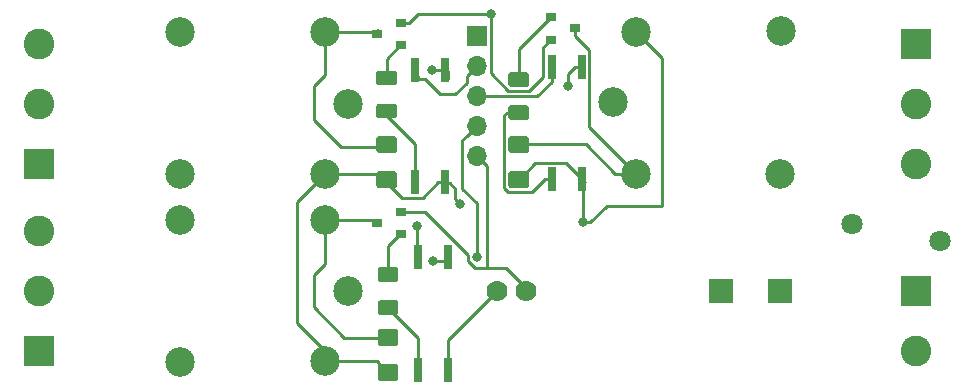
<source format=gbr>
G04 #@! TF.GenerationSoftware,KiCad,Pcbnew,(5.1.2)-2*
G04 #@! TF.CreationDate,2020-09-07T14:07:52+02:00*
G04 #@! TF.ProjectId,KernadouDomoRelay,4b65726e-6164-46f7-9544-6f6d6f52656c,0.1*
G04 #@! TF.SameCoordinates,Original*
G04 #@! TF.FileFunction,Copper,L1,Top*
G04 #@! TF.FilePolarity,Positive*
%FSLAX46Y46*%
G04 Gerber Fmt 4.6, Leading zero omitted, Abs format (unit mm)*
G04 Created by KiCad (PCBNEW (5.1.2)-2) date 2020-09-07 14:07:52*
%MOMM*%
%LPD*%
G04 APERTURE LIST*
%ADD10R,0.900000X0.800000*%
%ADD11O,1.700000X1.700000*%
%ADD12R,1.700000X1.700000*%
%ADD13C,0.100000*%
%ADD14C,1.250000*%
%ADD15R,0.640000X2.000000*%
%ADD16C,1.425000*%
%ADD17R,2.000000X2.000000*%
%ADD18C,1.778000*%
%ADD19C,1.800000*%
%ADD20C,2.500000*%
%ADD21C,2.600000*%
%ADD22R,2.600000X2.600000*%
%ADD23C,0.800000*%
%ADD24C,0.250000*%
G04 APERTURE END LIST*
D10*
X70705000Y-35860000D03*
X70705000Y-37760000D03*
X72705000Y-36810000D03*
D11*
X64389000Y-47625000D03*
X64389000Y-45085000D03*
X64389000Y-42545000D03*
X64389000Y-40005000D03*
D12*
X64389000Y-37465000D03*
D13*
G36*
X57545504Y-57031204D02*
G01*
X57569773Y-57034804D01*
X57593571Y-57040765D01*
X57616671Y-57049030D01*
X57638849Y-57059520D01*
X57659893Y-57072133D01*
X57679598Y-57086747D01*
X57697777Y-57103223D01*
X57714253Y-57121402D01*
X57728867Y-57141107D01*
X57741480Y-57162151D01*
X57751970Y-57184329D01*
X57760235Y-57207429D01*
X57766196Y-57231227D01*
X57769796Y-57255496D01*
X57771000Y-57280000D01*
X57771000Y-58030000D01*
X57769796Y-58054504D01*
X57766196Y-58078773D01*
X57760235Y-58102571D01*
X57751970Y-58125671D01*
X57741480Y-58147849D01*
X57728867Y-58168893D01*
X57714253Y-58188598D01*
X57697777Y-58206777D01*
X57679598Y-58223253D01*
X57659893Y-58237867D01*
X57638849Y-58250480D01*
X57616671Y-58260970D01*
X57593571Y-58269235D01*
X57569773Y-58275196D01*
X57545504Y-58278796D01*
X57521000Y-58280000D01*
X56271000Y-58280000D01*
X56246496Y-58278796D01*
X56222227Y-58275196D01*
X56198429Y-58269235D01*
X56175329Y-58260970D01*
X56153151Y-58250480D01*
X56132107Y-58237867D01*
X56112402Y-58223253D01*
X56094223Y-58206777D01*
X56077747Y-58188598D01*
X56063133Y-58168893D01*
X56050520Y-58147849D01*
X56040030Y-58125671D01*
X56031765Y-58102571D01*
X56025804Y-58078773D01*
X56022204Y-58054504D01*
X56021000Y-58030000D01*
X56021000Y-57280000D01*
X56022204Y-57255496D01*
X56025804Y-57231227D01*
X56031765Y-57207429D01*
X56040030Y-57184329D01*
X56050520Y-57162151D01*
X56063133Y-57141107D01*
X56077747Y-57121402D01*
X56094223Y-57103223D01*
X56112402Y-57086747D01*
X56132107Y-57072133D01*
X56153151Y-57059520D01*
X56175329Y-57049030D01*
X56198429Y-57040765D01*
X56222227Y-57034804D01*
X56246496Y-57031204D01*
X56271000Y-57030000D01*
X57521000Y-57030000D01*
X57545504Y-57031204D01*
X57545504Y-57031204D01*
G37*
D14*
X56896000Y-57655000D03*
D13*
G36*
X57545504Y-59831204D02*
G01*
X57569773Y-59834804D01*
X57593571Y-59840765D01*
X57616671Y-59849030D01*
X57638849Y-59859520D01*
X57659893Y-59872133D01*
X57679598Y-59886747D01*
X57697777Y-59903223D01*
X57714253Y-59921402D01*
X57728867Y-59941107D01*
X57741480Y-59962151D01*
X57751970Y-59984329D01*
X57760235Y-60007429D01*
X57766196Y-60031227D01*
X57769796Y-60055496D01*
X57771000Y-60080000D01*
X57771000Y-60830000D01*
X57769796Y-60854504D01*
X57766196Y-60878773D01*
X57760235Y-60902571D01*
X57751970Y-60925671D01*
X57741480Y-60947849D01*
X57728867Y-60968893D01*
X57714253Y-60988598D01*
X57697777Y-61006777D01*
X57679598Y-61023253D01*
X57659893Y-61037867D01*
X57638849Y-61050480D01*
X57616671Y-61060970D01*
X57593571Y-61069235D01*
X57569773Y-61075196D01*
X57545504Y-61078796D01*
X57521000Y-61080000D01*
X56271000Y-61080000D01*
X56246496Y-61078796D01*
X56222227Y-61075196D01*
X56198429Y-61069235D01*
X56175329Y-61060970D01*
X56153151Y-61050480D01*
X56132107Y-61037867D01*
X56112402Y-61023253D01*
X56094223Y-61006777D01*
X56077747Y-60988598D01*
X56063133Y-60968893D01*
X56050520Y-60947849D01*
X56040030Y-60925671D01*
X56031765Y-60902571D01*
X56025804Y-60878773D01*
X56022204Y-60854504D01*
X56021000Y-60830000D01*
X56021000Y-60080000D01*
X56022204Y-60055496D01*
X56025804Y-60031227D01*
X56031765Y-60007429D01*
X56040030Y-59984329D01*
X56050520Y-59962151D01*
X56063133Y-59941107D01*
X56077747Y-59921402D01*
X56094223Y-59903223D01*
X56112402Y-59886747D01*
X56132107Y-59872133D01*
X56153151Y-59859520D01*
X56175329Y-59849030D01*
X56198429Y-59840765D01*
X56222227Y-59834804D01*
X56246496Y-59831204D01*
X56271000Y-59830000D01*
X57521000Y-59830000D01*
X57545504Y-59831204D01*
X57545504Y-59831204D01*
G37*
D14*
X56896000Y-60455000D03*
D15*
X73279000Y-49581000D03*
X70739000Y-49581000D03*
X70739000Y-40081000D03*
X73279000Y-40081000D03*
X61976000Y-65710000D03*
X59436000Y-65710000D03*
X59436000Y-56210000D03*
X61976000Y-56210000D03*
X61722000Y-49835000D03*
X59182000Y-49835000D03*
X59182000Y-40335000D03*
X61722000Y-40335000D03*
D13*
G36*
X57545504Y-62280704D02*
G01*
X57569773Y-62284304D01*
X57593571Y-62290265D01*
X57616671Y-62298530D01*
X57638849Y-62309020D01*
X57659893Y-62321633D01*
X57679598Y-62336247D01*
X57697777Y-62352723D01*
X57714253Y-62370902D01*
X57728867Y-62390607D01*
X57741480Y-62411651D01*
X57751970Y-62433829D01*
X57760235Y-62456929D01*
X57766196Y-62480727D01*
X57769796Y-62504996D01*
X57771000Y-62529500D01*
X57771000Y-63454500D01*
X57769796Y-63479004D01*
X57766196Y-63503273D01*
X57760235Y-63527071D01*
X57751970Y-63550171D01*
X57741480Y-63572349D01*
X57728867Y-63593393D01*
X57714253Y-63613098D01*
X57697777Y-63631277D01*
X57679598Y-63647753D01*
X57659893Y-63662367D01*
X57638849Y-63674980D01*
X57616671Y-63685470D01*
X57593571Y-63693735D01*
X57569773Y-63699696D01*
X57545504Y-63703296D01*
X57521000Y-63704500D01*
X56271000Y-63704500D01*
X56246496Y-63703296D01*
X56222227Y-63699696D01*
X56198429Y-63693735D01*
X56175329Y-63685470D01*
X56153151Y-63674980D01*
X56132107Y-63662367D01*
X56112402Y-63647753D01*
X56094223Y-63631277D01*
X56077747Y-63613098D01*
X56063133Y-63593393D01*
X56050520Y-63572349D01*
X56040030Y-63550171D01*
X56031765Y-63527071D01*
X56025804Y-63503273D01*
X56022204Y-63479004D01*
X56021000Y-63454500D01*
X56021000Y-62529500D01*
X56022204Y-62504996D01*
X56025804Y-62480727D01*
X56031765Y-62456929D01*
X56040030Y-62433829D01*
X56050520Y-62411651D01*
X56063133Y-62390607D01*
X56077747Y-62370902D01*
X56094223Y-62352723D01*
X56112402Y-62336247D01*
X56132107Y-62321633D01*
X56153151Y-62309020D01*
X56175329Y-62298530D01*
X56198429Y-62290265D01*
X56222227Y-62284304D01*
X56246496Y-62280704D01*
X56271000Y-62279500D01*
X57521000Y-62279500D01*
X57545504Y-62280704D01*
X57545504Y-62280704D01*
G37*
D16*
X56896000Y-62992000D03*
D13*
G36*
X57545504Y-65255704D02*
G01*
X57569773Y-65259304D01*
X57593571Y-65265265D01*
X57616671Y-65273530D01*
X57638849Y-65284020D01*
X57659893Y-65296633D01*
X57679598Y-65311247D01*
X57697777Y-65327723D01*
X57714253Y-65345902D01*
X57728867Y-65365607D01*
X57741480Y-65386651D01*
X57751970Y-65408829D01*
X57760235Y-65431929D01*
X57766196Y-65455727D01*
X57769796Y-65479996D01*
X57771000Y-65504500D01*
X57771000Y-66429500D01*
X57769796Y-66454004D01*
X57766196Y-66478273D01*
X57760235Y-66502071D01*
X57751970Y-66525171D01*
X57741480Y-66547349D01*
X57728867Y-66568393D01*
X57714253Y-66588098D01*
X57697777Y-66606277D01*
X57679598Y-66622753D01*
X57659893Y-66637367D01*
X57638849Y-66649980D01*
X57616671Y-66660470D01*
X57593571Y-66668735D01*
X57569773Y-66674696D01*
X57545504Y-66678296D01*
X57521000Y-66679500D01*
X56271000Y-66679500D01*
X56246496Y-66678296D01*
X56222227Y-66674696D01*
X56198429Y-66668735D01*
X56175329Y-66660470D01*
X56153151Y-66649980D01*
X56132107Y-66637367D01*
X56112402Y-66622753D01*
X56094223Y-66606277D01*
X56077747Y-66588098D01*
X56063133Y-66568393D01*
X56050520Y-66547349D01*
X56040030Y-66525171D01*
X56031765Y-66502071D01*
X56025804Y-66478273D01*
X56022204Y-66454004D01*
X56021000Y-66429500D01*
X56021000Y-65504500D01*
X56022204Y-65479996D01*
X56025804Y-65455727D01*
X56031765Y-65431929D01*
X56040030Y-65408829D01*
X56050520Y-65386651D01*
X56063133Y-65365607D01*
X56077747Y-65345902D01*
X56094223Y-65327723D01*
X56112402Y-65311247D01*
X56132107Y-65296633D01*
X56153151Y-65284020D01*
X56175329Y-65273530D01*
X56198429Y-65265265D01*
X56222227Y-65259304D01*
X56246496Y-65255704D01*
X56271000Y-65254500D01*
X57521000Y-65254500D01*
X57545504Y-65255704D01*
X57545504Y-65255704D01*
G37*
D16*
X56896000Y-65967000D03*
D17*
X85091000Y-59054000D03*
X90091000Y-59054000D03*
D18*
X68591000Y-59054000D03*
X66091000Y-59054000D03*
D13*
G36*
X68594504Y-45934204D02*
G01*
X68618773Y-45937804D01*
X68642571Y-45943765D01*
X68665671Y-45952030D01*
X68687849Y-45962520D01*
X68708893Y-45975133D01*
X68728598Y-45989747D01*
X68746777Y-46006223D01*
X68763253Y-46024402D01*
X68777867Y-46044107D01*
X68790480Y-46065151D01*
X68800970Y-46087329D01*
X68809235Y-46110429D01*
X68815196Y-46134227D01*
X68818796Y-46158496D01*
X68820000Y-46183000D01*
X68820000Y-47108000D01*
X68818796Y-47132504D01*
X68815196Y-47156773D01*
X68809235Y-47180571D01*
X68800970Y-47203671D01*
X68790480Y-47225849D01*
X68777867Y-47246893D01*
X68763253Y-47266598D01*
X68746777Y-47284777D01*
X68728598Y-47301253D01*
X68708893Y-47315867D01*
X68687849Y-47328480D01*
X68665671Y-47338970D01*
X68642571Y-47347235D01*
X68618773Y-47353196D01*
X68594504Y-47356796D01*
X68570000Y-47358000D01*
X67320000Y-47358000D01*
X67295496Y-47356796D01*
X67271227Y-47353196D01*
X67247429Y-47347235D01*
X67224329Y-47338970D01*
X67202151Y-47328480D01*
X67181107Y-47315867D01*
X67161402Y-47301253D01*
X67143223Y-47284777D01*
X67126747Y-47266598D01*
X67112133Y-47246893D01*
X67099520Y-47225849D01*
X67089030Y-47203671D01*
X67080765Y-47180571D01*
X67074804Y-47156773D01*
X67071204Y-47132504D01*
X67070000Y-47108000D01*
X67070000Y-46183000D01*
X67071204Y-46158496D01*
X67074804Y-46134227D01*
X67080765Y-46110429D01*
X67089030Y-46087329D01*
X67099520Y-46065151D01*
X67112133Y-46044107D01*
X67126747Y-46024402D01*
X67143223Y-46006223D01*
X67161402Y-45989747D01*
X67181107Y-45975133D01*
X67202151Y-45962520D01*
X67224329Y-45952030D01*
X67247429Y-45943765D01*
X67271227Y-45937804D01*
X67295496Y-45934204D01*
X67320000Y-45933000D01*
X68570000Y-45933000D01*
X68594504Y-45934204D01*
X68594504Y-45934204D01*
G37*
D16*
X67945000Y-46645500D03*
D13*
G36*
X68594504Y-48909204D02*
G01*
X68618773Y-48912804D01*
X68642571Y-48918765D01*
X68665671Y-48927030D01*
X68687849Y-48937520D01*
X68708893Y-48950133D01*
X68728598Y-48964747D01*
X68746777Y-48981223D01*
X68763253Y-48999402D01*
X68777867Y-49019107D01*
X68790480Y-49040151D01*
X68800970Y-49062329D01*
X68809235Y-49085429D01*
X68815196Y-49109227D01*
X68818796Y-49133496D01*
X68820000Y-49158000D01*
X68820000Y-50083000D01*
X68818796Y-50107504D01*
X68815196Y-50131773D01*
X68809235Y-50155571D01*
X68800970Y-50178671D01*
X68790480Y-50200849D01*
X68777867Y-50221893D01*
X68763253Y-50241598D01*
X68746777Y-50259777D01*
X68728598Y-50276253D01*
X68708893Y-50290867D01*
X68687849Y-50303480D01*
X68665671Y-50313970D01*
X68642571Y-50322235D01*
X68618773Y-50328196D01*
X68594504Y-50331796D01*
X68570000Y-50333000D01*
X67320000Y-50333000D01*
X67295496Y-50331796D01*
X67271227Y-50328196D01*
X67247429Y-50322235D01*
X67224329Y-50313970D01*
X67202151Y-50303480D01*
X67181107Y-50290867D01*
X67161402Y-50276253D01*
X67143223Y-50259777D01*
X67126747Y-50241598D01*
X67112133Y-50221893D01*
X67099520Y-50200849D01*
X67089030Y-50178671D01*
X67080765Y-50155571D01*
X67074804Y-50131773D01*
X67071204Y-50107504D01*
X67070000Y-50083000D01*
X67070000Y-49158000D01*
X67071204Y-49133496D01*
X67074804Y-49109227D01*
X67080765Y-49085429D01*
X67089030Y-49062329D01*
X67099520Y-49040151D01*
X67112133Y-49019107D01*
X67126747Y-48999402D01*
X67143223Y-48981223D01*
X67161402Y-48964747D01*
X67181107Y-48950133D01*
X67202151Y-48937520D01*
X67224329Y-48927030D01*
X67247429Y-48918765D01*
X67271227Y-48912804D01*
X67295496Y-48909204D01*
X67320000Y-48908000D01*
X68570000Y-48908000D01*
X68594504Y-48909204D01*
X68594504Y-48909204D01*
G37*
D16*
X67945000Y-49620500D03*
D19*
X103639000Y-54790000D03*
X96139000Y-53340000D03*
D13*
G36*
X68594504Y-40521204D02*
G01*
X68618773Y-40524804D01*
X68642571Y-40530765D01*
X68665671Y-40539030D01*
X68687849Y-40549520D01*
X68708893Y-40562133D01*
X68728598Y-40576747D01*
X68746777Y-40593223D01*
X68763253Y-40611402D01*
X68777867Y-40631107D01*
X68790480Y-40652151D01*
X68800970Y-40674329D01*
X68809235Y-40697429D01*
X68815196Y-40721227D01*
X68818796Y-40745496D01*
X68820000Y-40770000D01*
X68820000Y-41520000D01*
X68818796Y-41544504D01*
X68815196Y-41568773D01*
X68809235Y-41592571D01*
X68800970Y-41615671D01*
X68790480Y-41637849D01*
X68777867Y-41658893D01*
X68763253Y-41678598D01*
X68746777Y-41696777D01*
X68728598Y-41713253D01*
X68708893Y-41727867D01*
X68687849Y-41740480D01*
X68665671Y-41750970D01*
X68642571Y-41759235D01*
X68618773Y-41765196D01*
X68594504Y-41768796D01*
X68570000Y-41770000D01*
X67320000Y-41770000D01*
X67295496Y-41768796D01*
X67271227Y-41765196D01*
X67247429Y-41759235D01*
X67224329Y-41750970D01*
X67202151Y-41740480D01*
X67181107Y-41727867D01*
X67161402Y-41713253D01*
X67143223Y-41696777D01*
X67126747Y-41678598D01*
X67112133Y-41658893D01*
X67099520Y-41637849D01*
X67089030Y-41615671D01*
X67080765Y-41592571D01*
X67074804Y-41568773D01*
X67071204Y-41544504D01*
X67070000Y-41520000D01*
X67070000Y-40770000D01*
X67071204Y-40745496D01*
X67074804Y-40721227D01*
X67080765Y-40697429D01*
X67089030Y-40674329D01*
X67099520Y-40652151D01*
X67112133Y-40631107D01*
X67126747Y-40611402D01*
X67143223Y-40593223D01*
X67161402Y-40576747D01*
X67181107Y-40562133D01*
X67202151Y-40549520D01*
X67224329Y-40539030D01*
X67247429Y-40530765D01*
X67271227Y-40524804D01*
X67295496Y-40521204D01*
X67320000Y-40520000D01*
X68570000Y-40520000D01*
X68594504Y-40521204D01*
X68594504Y-40521204D01*
G37*
D14*
X67945000Y-41145000D03*
D13*
G36*
X68594504Y-43321204D02*
G01*
X68618773Y-43324804D01*
X68642571Y-43330765D01*
X68665671Y-43339030D01*
X68687849Y-43349520D01*
X68708893Y-43362133D01*
X68728598Y-43376747D01*
X68746777Y-43393223D01*
X68763253Y-43411402D01*
X68777867Y-43431107D01*
X68790480Y-43452151D01*
X68800970Y-43474329D01*
X68809235Y-43497429D01*
X68815196Y-43521227D01*
X68818796Y-43545496D01*
X68820000Y-43570000D01*
X68820000Y-44320000D01*
X68818796Y-44344504D01*
X68815196Y-44368773D01*
X68809235Y-44392571D01*
X68800970Y-44415671D01*
X68790480Y-44437849D01*
X68777867Y-44458893D01*
X68763253Y-44478598D01*
X68746777Y-44496777D01*
X68728598Y-44513253D01*
X68708893Y-44527867D01*
X68687849Y-44540480D01*
X68665671Y-44550970D01*
X68642571Y-44559235D01*
X68618773Y-44565196D01*
X68594504Y-44568796D01*
X68570000Y-44570000D01*
X67320000Y-44570000D01*
X67295496Y-44568796D01*
X67271227Y-44565196D01*
X67247429Y-44559235D01*
X67224329Y-44550970D01*
X67202151Y-44540480D01*
X67181107Y-44527867D01*
X67161402Y-44513253D01*
X67143223Y-44496777D01*
X67126747Y-44478598D01*
X67112133Y-44458893D01*
X67099520Y-44437849D01*
X67089030Y-44415671D01*
X67080765Y-44392571D01*
X67074804Y-44368773D01*
X67071204Y-44344504D01*
X67070000Y-44320000D01*
X67070000Y-43570000D01*
X67071204Y-43545496D01*
X67074804Y-43521227D01*
X67080765Y-43497429D01*
X67089030Y-43474329D01*
X67099520Y-43452151D01*
X67112133Y-43431107D01*
X67126747Y-43411402D01*
X67143223Y-43393223D01*
X67161402Y-43376747D01*
X67181107Y-43362133D01*
X67202151Y-43349520D01*
X67224329Y-43339030D01*
X67247429Y-43330765D01*
X67271227Y-43324804D01*
X67295496Y-43321204D01*
X67320000Y-43320000D01*
X68570000Y-43320000D01*
X68594504Y-43321204D01*
X68594504Y-43321204D01*
G37*
D14*
X67945000Y-43945000D03*
D13*
G36*
X57418504Y-40394204D02*
G01*
X57442773Y-40397804D01*
X57466571Y-40403765D01*
X57489671Y-40412030D01*
X57511849Y-40422520D01*
X57532893Y-40435133D01*
X57552598Y-40449747D01*
X57570777Y-40466223D01*
X57587253Y-40484402D01*
X57601867Y-40504107D01*
X57614480Y-40525151D01*
X57624970Y-40547329D01*
X57633235Y-40570429D01*
X57639196Y-40594227D01*
X57642796Y-40618496D01*
X57644000Y-40643000D01*
X57644000Y-41393000D01*
X57642796Y-41417504D01*
X57639196Y-41441773D01*
X57633235Y-41465571D01*
X57624970Y-41488671D01*
X57614480Y-41510849D01*
X57601867Y-41531893D01*
X57587253Y-41551598D01*
X57570777Y-41569777D01*
X57552598Y-41586253D01*
X57532893Y-41600867D01*
X57511849Y-41613480D01*
X57489671Y-41623970D01*
X57466571Y-41632235D01*
X57442773Y-41638196D01*
X57418504Y-41641796D01*
X57394000Y-41643000D01*
X56144000Y-41643000D01*
X56119496Y-41641796D01*
X56095227Y-41638196D01*
X56071429Y-41632235D01*
X56048329Y-41623970D01*
X56026151Y-41613480D01*
X56005107Y-41600867D01*
X55985402Y-41586253D01*
X55967223Y-41569777D01*
X55950747Y-41551598D01*
X55936133Y-41531893D01*
X55923520Y-41510849D01*
X55913030Y-41488671D01*
X55904765Y-41465571D01*
X55898804Y-41441773D01*
X55895204Y-41417504D01*
X55894000Y-41393000D01*
X55894000Y-40643000D01*
X55895204Y-40618496D01*
X55898804Y-40594227D01*
X55904765Y-40570429D01*
X55913030Y-40547329D01*
X55923520Y-40525151D01*
X55936133Y-40504107D01*
X55950747Y-40484402D01*
X55967223Y-40466223D01*
X55985402Y-40449747D01*
X56005107Y-40435133D01*
X56026151Y-40422520D01*
X56048329Y-40412030D01*
X56071429Y-40403765D01*
X56095227Y-40397804D01*
X56119496Y-40394204D01*
X56144000Y-40393000D01*
X57394000Y-40393000D01*
X57418504Y-40394204D01*
X57418504Y-40394204D01*
G37*
D14*
X56769000Y-41018000D03*
D13*
G36*
X57418504Y-43194204D02*
G01*
X57442773Y-43197804D01*
X57466571Y-43203765D01*
X57489671Y-43212030D01*
X57511849Y-43222520D01*
X57532893Y-43235133D01*
X57552598Y-43249747D01*
X57570777Y-43266223D01*
X57587253Y-43284402D01*
X57601867Y-43304107D01*
X57614480Y-43325151D01*
X57624970Y-43347329D01*
X57633235Y-43370429D01*
X57639196Y-43394227D01*
X57642796Y-43418496D01*
X57644000Y-43443000D01*
X57644000Y-44193000D01*
X57642796Y-44217504D01*
X57639196Y-44241773D01*
X57633235Y-44265571D01*
X57624970Y-44288671D01*
X57614480Y-44310849D01*
X57601867Y-44331893D01*
X57587253Y-44351598D01*
X57570777Y-44369777D01*
X57552598Y-44386253D01*
X57532893Y-44400867D01*
X57511849Y-44413480D01*
X57489671Y-44423970D01*
X57466571Y-44432235D01*
X57442773Y-44438196D01*
X57418504Y-44441796D01*
X57394000Y-44443000D01*
X56144000Y-44443000D01*
X56119496Y-44441796D01*
X56095227Y-44438196D01*
X56071429Y-44432235D01*
X56048329Y-44423970D01*
X56026151Y-44413480D01*
X56005107Y-44400867D01*
X55985402Y-44386253D01*
X55967223Y-44369777D01*
X55950747Y-44351598D01*
X55936133Y-44331893D01*
X55923520Y-44310849D01*
X55913030Y-44288671D01*
X55904765Y-44265571D01*
X55898804Y-44241773D01*
X55895204Y-44217504D01*
X55894000Y-44193000D01*
X55894000Y-43443000D01*
X55895204Y-43418496D01*
X55898804Y-43394227D01*
X55904765Y-43370429D01*
X55913030Y-43347329D01*
X55923520Y-43325151D01*
X55936133Y-43304107D01*
X55950747Y-43284402D01*
X55967223Y-43266223D01*
X55985402Y-43249747D01*
X56005107Y-43235133D01*
X56026151Y-43222520D01*
X56048329Y-43212030D01*
X56071429Y-43203765D01*
X56095227Y-43197804D01*
X56119496Y-43194204D01*
X56144000Y-43193000D01*
X57394000Y-43193000D01*
X57418504Y-43194204D01*
X57418504Y-43194204D01*
G37*
D14*
X56769000Y-43818000D03*
D20*
X75946000Y-43053000D03*
X77896000Y-37103000D03*
X90146000Y-37053000D03*
X90096000Y-49103000D03*
X77896000Y-49103000D03*
X53467000Y-59055000D03*
X51517000Y-65005000D03*
X39267000Y-65055000D03*
X39317000Y-53005000D03*
X51517000Y-53005000D03*
D21*
X101600000Y-48260000D03*
X101600000Y-43180000D03*
D22*
X101600000Y-38100000D03*
D21*
X101600000Y-64135000D03*
D22*
X101600000Y-59055000D03*
D21*
X27305000Y-53975000D03*
X27305000Y-59055000D03*
D22*
X27305000Y-64135000D03*
D21*
X27305000Y-38100000D03*
X27305000Y-43180000D03*
D22*
X27305000Y-48260000D03*
D13*
G36*
X57418504Y-45934204D02*
G01*
X57442773Y-45937804D01*
X57466571Y-45943765D01*
X57489671Y-45952030D01*
X57511849Y-45962520D01*
X57532893Y-45975133D01*
X57552598Y-45989747D01*
X57570777Y-46006223D01*
X57587253Y-46024402D01*
X57601867Y-46044107D01*
X57614480Y-46065151D01*
X57624970Y-46087329D01*
X57633235Y-46110429D01*
X57639196Y-46134227D01*
X57642796Y-46158496D01*
X57644000Y-46183000D01*
X57644000Y-47108000D01*
X57642796Y-47132504D01*
X57639196Y-47156773D01*
X57633235Y-47180571D01*
X57624970Y-47203671D01*
X57614480Y-47225849D01*
X57601867Y-47246893D01*
X57587253Y-47266598D01*
X57570777Y-47284777D01*
X57552598Y-47301253D01*
X57532893Y-47315867D01*
X57511849Y-47328480D01*
X57489671Y-47338970D01*
X57466571Y-47347235D01*
X57442773Y-47353196D01*
X57418504Y-47356796D01*
X57394000Y-47358000D01*
X56144000Y-47358000D01*
X56119496Y-47356796D01*
X56095227Y-47353196D01*
X56071429Y-47347235D01*
X56048329Y-47338970D01*
X56026151Y-47328480D01*
X56005107Y-47315867D01*
X55985402Y-47301253D01*
X55967223Y-47284777D01*
X55950747Y-47266598D01*
X55936133Y-47246893D01*
X55923520Y-47225849D01*
X55913030Y-47203671D01*
X55904765Y-47180571D01*
X55898804Y-47156773D01*
X55895204Y-47132504D01*
X55894000Y-47108000D01*
X55894000Y-46183000D01*
X55895204Y-46158496D01*
X55898804Y-46134227D01*
X55904765Y-46110429D01*
X55913030Y-46087329D01*
X55923520Y-46065151D01*
X55936133Y-46044107D01*
X55950747Y-46024402D01*
X55967223Y-46006223D01*
X55985402Y-45989747D01*
X56005107Y-45975133D01*
X56026151Y-45962520D01*
X56048329Y-45952030D01*
X56071429Y-45943765D01*
X56095227Y-45937804D01*
X56119496Y-45934204D01*
X56144000Y-45933000D01*
X57394000Y-45933000D01*
X57418504Y-45934204D01*
X57418504Y-45934204D01*
G37*
D16*
X56769000Y-46645500D03*
D13*
G36*
X57418504Y-48909204D02*
G01*
X57442773Y-48912804D01*
X57466571Y-48918765D01*
X57489671Y-48927030D01*
X57511849Y-48937520D01*
X57532893Y-48950133D01*
X57552598Y-48964747D01*
X57570777Y-48981223D01*
X57587253Y-48999402D01*
X57601867Y-49019107D01*
X57614480Y-49040151D01*
X57624970Y-49062329D01*
X57633235Y-49085429D01*
X57639196Y-49109227D01*
X57642796Y-49133496D01*
X57644000Y-49158000D01*
X57644000Y-50083000D01*
X57642796Y-50107504D01*
X57639196Y-50131773D01*
X57633235Y-50155571D01*
X57624970Y-50178671D01*
X57614480Y-50200849D01*
X57601867Y-50221893D01*
X57587253Y-50241598D01*
X57570777Y-50259777D01*
X57552598Y-50276253D01*
X57532893Y-50290867D01*
X57511849Y-50303480D01*
X57489671Y-50313970D01*
X57466571Y-50322235D01*
X57442773Y-50328196D01*
X57418504Y-50331796D01*
X57394000Y-50333000D01*
X56144000Y-50333000D01*
X56119496Y-50331796D01*
X56095227Y-50328196D01*
X56071429Y-50322235D01*
X56048329Y-50313970D01*
X56026151Y-50303480D01*
X56005107Y-50290867D01*
X55985402Y-50276253D01*
X55967223Y-50259777D01*
X55950747Y-50241598D01*
X55936133Y-50221893D01*
X55923520Y-50200849D01*
X55913030Y-50178671D01*
X55904765Y-50155571D01*
X55898804Y-50131773D01*
X55895204Y-50107504D01*
X55894000Y-50083000D01*
X55894000Y-49158000D01*
X55895204Y-49133496D01*
X55898804Y-49109227D01*
X55904765Y-49085429D01*
X55913030Y-49062329D01*
X55923520Y-49040151D01*
X55936133Y-49019107D01*
X55950747Y-48999402D01*
X55967223Y-48981223D01*
X55985402Y-48964747D01*
X56005107Y-48950133D01*
X56026151Y-48937520D01*
X56048329Y-48927030D01*
X56071429Y-48918765D01*
X56095227Y-48912804D01*
X56119496Y-48909204D01*
X56144000Y-48908000D01*
X57394000Y-48908000D01*
X57418504Y-48909204D01*
X57418504Y-48909204D01*
G37*
D16*
X56769000Y-49620500D03*
D20*
X53467000Y-43180000D03*
X51517000Y-49130000D03*
X39267000Y-49180000D03*
X39317000Y-37130000D03*
X51517000Y-37130000D03*
D10*
X55955000Y-37310000D03*
X57955000Y-36360000D03*
X57955000Y-38260000D03*
X57955000Y-54260000D03*
X57955000Y-52360000D03*
X55955000Y-53310000D03*
D23*
X65599010Y-35619990D03*
X64389000Y-56134000D03*
X73431000Y-53238000D03*
X62992000Y-51689000D03*
X59378990Y-53560000D03*
X60706000Y-56515000D03*
X72136000Y-41656000D03*
X60630000Y-40335000D03*
D24*
X51725000Y-37338000D02*
X51517000Y-37130000D01*
X55850000Y-37130000D02*
X56023000Y-36957000D01*
X51517000Y-37130000D02*
X55850000Y-37130000D01*
X51517000Y-40763000D02*
X51517000Y-37130000D01*
X50591999Y-41688001D02*
X51517000Y-40763000D01*
X50591999Y-44560001D02*
X50591999Y-41688001D01*
X56769000Y-46899500D02*
X52931498Y-46899500D01*
X52931498Y-46899500D02*
X50591999Y-44560001D01*
X56810000Y-62992000D02*
X56261000Y-62443000D01*
X51598000Y-53086000D02*
X51517000Y-53005000D01*
X51517000Y-56749998D02*
X51517000Y-53005000D01*
X50591999Y-57674999D02*
X51517000Y-56749998D01*
X50591999Y-60435001D02*
X50591999Y-57674999D01*
X56896000Y-62992000D02*
X53148998Y-62992000D01*
X53148998Y-62992000D02*
X50591999Y-60435001D01*
X55650000Y-53005000D02*
X55955000Y-53310000D01*
X51517000Y-53005000D02*
X55650000Y-53005000D01*
X56769000Y-40674000D02*
X56769000Y-41399000D01*
X56896000Y-57184000D02*
X56896000Y-57909000D01*
X65238999Y-48474999D02*
X65238999Y-57061911D01*
X64389000Y-47625000D02*
X65238999Y-48474999D01*
X66852911Y-57061911D02*
X68591000Y-58800000D01*
X65238999Y-57061911D02*
X66852911Y-57061911D01*
X61010010Y-35619990D02*
X65033325Y-35619990D01*
X64243909Y-57061911D02*
X65238999Y-57061911D01*
X63663999Y-56482001D02*
X64243909Y-57061911D01*
X63663999Y-55992997D02*
X63663999Y-56482001D01*
X65033325Y-35619990D02*
X65599010Y-35619990D01*
X59395010Y-35619990D02*
X65033325Y-35619990D01*
X58655000Y-36360000D02*
X59395010Y-35619990D01*
X57955000Y-36360000D02*
X58655000Y-36360000D01*
X70655000Y-37760000D02*
X70705000Y-37760000D01*
X68808180Y-42095010D02*
X70005000Y-40898190D01*
X70005000Y-38410000D02*
X70655000Y-37760000D01*
X65599010Y-40612200D02*
X67081820Y-42095010D01*
X65599010Y-35619990D02*
X65599010Y-40612200D01*
X67081820Y-42095010D02*
X68808180Y-42095010D01*
X70005000Y-40898190D02*
X70005000Y-38410000D01*
X60031002Y-52360000D02*
X63663999Y-55992997D01*
X57955000Y-52360000D02*
X60031002Y-52360000D01*
X64389000Y-55880000D02*
X64389000Y-56134000D01*
X63186919Y-50421079D02*
X63186919Y-46287081D01*
X63539001Y-45934999D02*
X64389000Y-45085000D01*
X64389000Y-51623160D02*
X63186919Y-50421079D01*
X64389000Y-56134000D02*
X64389000Y-51623160D01*
X63186919Y-46287081D02*
X63539001Y-45934999D01*
X73431000Y-52672315D02*
X73431000Y-53238000D01*
X73431000Y-48641090D02*
X73431000Y-52672315D01*
X55934000Y-65005000D02*
X56896000Y-65967000D01*
X51517000Y-65005000D02*
X55934000Y-65005000D01*
X49149000Y-51498000D02*
X51517000Y-49130000D01*
X52406000Y-65005000D02*
X49149000Y-61748000D01*
X49149000Y-61748000D02*
X49149000Y-51498000D01*
X61152000Y-49835000D02*
X61722000Y-49835000D01*
X59826999Y-51160001D02*
X61152000Y-49835000D01*
X58054501Y-51160001D02*
X59826999Y-51160001D01*
X56769000Y-49874500D02*
X58054501Y-51160001D01*
X56024500Y-49130000D02*
X56769000Y-49874500D01*
X51517000Y-49130000D02*
X56024500Y-49130000D01*
X61830791Y-49943791D02*
X61722000Y-49835000D01*
X62152411Y-49943791D02*
X61830791Y-49943791D01*
X62592001Y-50383381D02*
X62152411Y-49943791D01*
X62592001Y-51289001D02*
X62592001Y-50383381D01*
X62992000Y-51689000D02*
X62592001Y-51289001D01*
X61976000Y-63169000D02*
X66091000Y-59054000D01*
X61976000Y-65710000D02*
X61976000Y-63169000D01*
X71935001Y-48255999D02*
X73533000Y-49853998D01*
X67945000Y-49620500D02*
X69309501Y-48255999D01*
X69309501Y-48255999D02*
X71935001Y-48255999D01*
X80131999Y-39338999D02*
X77896000Y-37103000D01*
X80131999Y-51816000D02*
X80131999Y-39338999D01*
X75418685Y-51816000D02*
X80131999Y-51816000D01*
X73431000Y-53238000D02*
X73996685Y-53238000D01*
X73996685Y-53238000D02*
X75418685Y-51816000D01*
X77875999Y-47980001D02*
X76626000Y-49230000D01*
X68920000Y-46645500D02*
X67945000Y-46645500D01*
X73670734Y-46645500D02*
X68920000Y-46645500D01*
X76128234Y-49103000D02*
X73670734Y-46645500D01*
X77896000Y-49103000D02*
X76128234Y-49103000D01*
X73924001Y-45131001D02*
X77896000Y-49103000D01*
X73924001Y-38679001D02*
X73924001Y-45131001D01*
X72705000Y-37460000D02*
X73924001Y-38679001D01*
X72705000Y-36810000D02*
X72705000Y-37460000D01*
X64389000Y-42545000D02*
X64389000Y-43175690D01*
X65591081Y-42545000D02*
X65591102Y-42545021D01*
X65591102Y-42545021D02*
X69524979Y-42545021D01*
X64389000Y-42545000D02*
X65591081Y-42545000D01*
X69524979Y-42545021D02*
X70739000Y-41331000D01*
X70739000Y-41331000D02*
X70739000Y-40081000D01*
X59436000Y-41084500D02*
X59436000Y-40880189D01*
X63539001Y-40854999D02*
X64389000Y-40005000D01*
X61331001Y-42409501D02*
X62556001Y-42409501D01*
X59436000Y-41084500D02*
X60006000Y-41084500D01*
X62556001Y-42409501D02*
X63539001Y-41426501D01*
X63539001Y-41426501D02*
X63539001Y-40854999D01*
X60006000Y-41084500D02*
X61331001Y-42409501D01*
X59378990Y-56152990D02*
X59436000Y-56210000D01*
X59378990Y-53560000D02*
X59378990Y-54886010D01*
X59378990Y-54761000D02*
X59378990Y-54886010D01*
X59378990Y-54886010D02*
X59378990Y-56152990D01*
X59436000Y-62995000D02*
X59436000Y-65710000D01*
X56896000Y-60455000D02*
X59436000Y-62995000D01*
X61671000Y-56515000D02*
X61976000Y-56210000D01*
X60706000Y-56515000D02*
X61671000Y-56515000D01*
X72709000Y-40081000D02*
X72136000Y-40654000D01*
X73279000Y-40081000D02*
X72709000Y-40081000D01*
X72136000Y-40654000D02*
X72136000Y-41656000D01*
X70169000Y-49581000D02*
X70739000Y-49581000D01*
X69091990Y-50658010D02*
X70169000Y-49581000D01*
X66744990Y-50321180D02*
X67081820Y-50658010D01*
X66744990Y-44170010D02*
X66744990Y-50321180D01*
X66970000Y-43945000D02*
X66744990Y-44170010D01*
X67081820Y-50658010D02*
X69091990Y-50658010D01*
X67945000Y-43945000D02*
X66970000Y-43945000D01*
X59182000Y-46612000D02*
X59182000Y-49835000D01*
X56769000Y-44199000D02*
X59182000Y-46612000D01*
X61976000Y-41084500D02*
X61976000Y-40404500D01*
X61722000Y-40335000D02*
X60630000Y-40335000D01*
X57905000Y-38260000D02*
X57955000Y-38260000D01*
X56769000Y-39396000D02*
X57905000Y-38260000D01*
X56769000Y-41018000D02*
X56769000Y-39396000D01*
X57905000Y-54260000D02*
X57955000Y-54260000D01*
X56896000Y-55269000D02*
X57905000Y-54260000D01*
X56896000Y-57655000D02*
X56896000Y-55269000D01*
X70655000Y-35860000D02*
X70705000Y-35860000D01*
X67945000Y-38570000D02*
X70655000Y-35860000D01*
X67945000Y-41145000D02*
X67945000Y-38570000D01*
M02*

</source>
